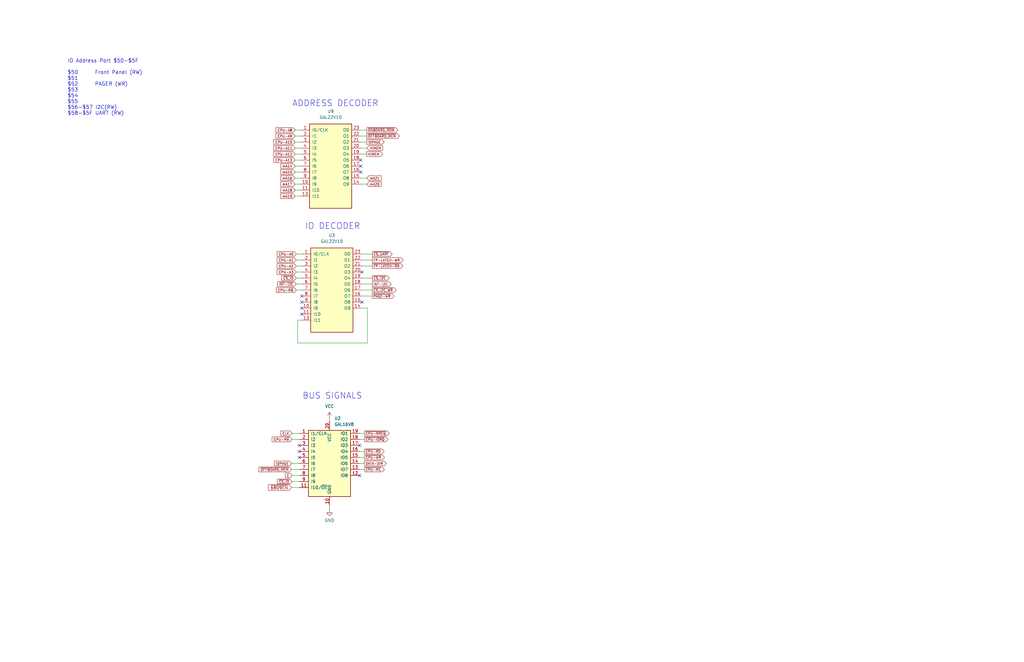
<source format=kicad_sch>
(kicad_sch (version 20211123) (generator eeschema)

  (uuid c3c349b1-d9bc-4742-9b63-40f30c22ca7c)

  (paper "B")

  (title_block
    (title "Duodyne 6809 CPU board")
    (date "2023-12-30")
    (rev "V1.00")
  )

  (lib_symbols
    (symbol "GAL22V10_1" (pin_names (offset 1.016)) (in_bom yes) (on_board yes)
      (property "Reference" "U" (id 0) (at -8.89 19.05 0)
        (effects (font (size 1.27 1.27)) (justify left))
      )
      (property "Value" "GAL22V10_1" (id 1) (at -1.27 19.05 0)
        (effects (font (size 1.27 1.27)) (justify left))
      )
      (property "Footprint" "" (id 2) (at 0 0 0)
        (effects (font (size 1.27 1.27)) hide)
      )
      (property "Datasheet" "" (id 3) (at 0 0 0)
        (effects (font (size 1.27 1.27)) hide)
      )
      (property "ki_fp_filters" "DIP* PDIP*" (id 4) (at 0 0 0)
        (effects (font (size 1.27 1.27)) hide)
      )
      (symbol "GAL22V10_1_0_1"
        (rectangle (start -8.89 -17.78) (end 8.89 17.78)
          (stroke (width 0.254) (type default) (color 0 0 0 0))
          (fill (type background))
        )
      )
      (symbol "GAL22V10_1_1_1"
        (pin input line (at -12.7 15.24 0) (length 3.81)
          (name "I0/CLK" (effects (font (size 1.27 1.27))))
          (number "1" (effects (font (size 1.27 1.27))))
        )
        (pin input line (at -12.7 -7.62 0) (length 3.81)
          (name "I9" (effects (font (size 1.27 1.27))))
          (number "10" (effects (font (size 1.27 1.27))))
        )
        (pin input line (at -12.7 -10.16 0) (length 3.81)
          (name "I10" (effects (font (size 1.27 1.27))))
          (number "11" (effects (font (size 1.27 1.27))))
        )
        (pin power_in line (at 0 -17.78 90) (length 0) hide
          (name "GND" (effects (font (size 1.27 1.27))))
          (number "12" (effects (font (size 1.27 1.27))))
        )
        (pin input line (at -12.7 -12.7 0) (length 3.81)
          (name "I11" (effects (font (size 1.27 1.27))))
          (number "13" (effects (font (size 1.27 1.27))))
        )
        (pin bidirectional line (at 12.7 -7.62 180) (length 3.81)
          (name "O9" (effects (font (size 1.27 1.27))))
          (number "14" (effects (font (size 1.27 1.27))))
        )
        (pin bidirectional line (at 12.7 -5.08 180) (length 3.81)
          (name "O8" (effects (font (size 1.27 1.27))))
          (number "15" (effects (font (size 1.27 1.27))))
        )
        (pin bidirectional line (at 12.7 -2.54 180) (length 3.81)
          (name "O7" (effects (font (size 1.27 1.27))))
          (number "16" (effects (font (size 1.27 1.27))))
        )
        (pin bidirectional line (at 12.7 0 180) (length 3.81)
          (name "O6" (effects (font (size 1.27 1.27))))
          (number "17" (effects (font (size 1.27 1.27))))
        )
        (pin bidirectional line (at 12.7 2.54 180) (length 3.81)
          (name "O5" (effects (font (size 1.27 1.27))))
          (number "18" (effects (font (size 1.27 1.27))))
        )
        (pin bidirectional line (at 12.7 5.08 180) (length 3.81)
          (name "O4" (effects (font (size 1.27 1.27))))
          (number "19" (effects (font (size 1.27 1.27))))
        )
        (pin input line (at -12.7 12.7 0) (length 3.81)
          (name "I1" (effects (font (size 1.27 1.27))))
          (number "2" (effects (font (size 1.27 1.27))))
        )
        (pin bidirectional line (at 12.7 7.62 180) (length 3.81)
          (name "O3" (effects (font (size 1.27 1.27))))
          (number "20" (effects (font (size 1.27 1.27))))
        )
        (pin bidirectional line (at 12.7 10.16 180) (length 3.81)
          (name "O2" (effects (font (size 1.27 1.27))))
          (number "21" (effects (font (size 1.27 1.27))))
        )
        (pin bidirectional line (at 12.7 12.7 180) (length 3.81)
          (name "O1" (effects (font (size 1.27 1.27))))
          (number "22" (effects (font (size 1.27 1.27))))
        )
        (pin bidirectional line (at 12.7 15.24 180) (length 3.81)
          (name "O0" (effects (font (size 1.27 1.27))))
          (number "23" (effects (font (size 1.27 1.27))))
        )
        (pin power_in line (at 0 17.78 270) (length 0) hide
          (name "VCC" (effects (font (size 1.27 1.27))))
          (number "24" (effects (font (size 1.27 1.27))))
        )
        (pin input line (at -12.7 10.16 0) (length 3.81)
          (name "I2" (effects (font (size 1.27 1.27))))
          (number "3" (effects (font (size 1.27 1.27))))
        )
        (pin input line (at -12.7 7.62 0) (length 3.81)
          (name "I3" (effects (font (size 1.27 1.27))))
          (number "4" (effects (font (size 1.27 1.27))))
        )
        (pin input line (at -12.7 5.08 0) (length 3.81)
          (name "I4" (effects (font (size 1.27 1.27))))
          (number "5" (effects (font (size 1.27 1.27))))
        )
        (pin input line (at -12.7 2.54 0) (length 3.81)
          (name "I5" (effects (font (size 1.27 1.27))))
          (number "6" (effects (font (size 1.27 1.27))))
        )
        (pin input line (at -12.7 0 0) (length 3.81)
          (name "I6" (effects (font (size 1.27 1.27))))
          (number "7" (effects (font (size 1.27 1.27))))
        )
        (pin input line (at -12.7 -2.54 0) (length 3.81)
          (name "I7" (effects (font (size 1.27 1.27))))
          (number "8" (effects (font (size 1.27 1.27))))
        )
        (pin input line (at -12.7 -5.08 0) (length 3.81)
          (name "I8" (effects (font (size 1.27 1.27))))
          (number "9" (effects (font (size 1.27 1.27))))
        )
      )
    )
    (symbol "Logic_Programmable:GAL16V8" (pin_names (offset 1.016)) (in_bom yes) (on_board yes)
      (property "Reference" "U" (id 0) (at -8.89 16.51 0)
        (effects (font (size 1.27 1.27)) (justify left))
      )
      (property "Value" "GAL16V8" (id 1) (at 1.27 16.51 0)
        (effects (font (size 1.27 1.27)) (justify left))
      )
      (property "Footprint" "" (id 2) (at 0 0 0)
        (effects (font (size 1.27 1.27)) hide)
      )
      (property "Datasheet" "" (id 3) (at 0 0 0)
        (effects (font (size 1.27 1.27)) hide)
      )
      (property "ki_keywords" "GAL PLD 16V8" (id 4) (at 0 0 0)
        (effects (font (size 1.27 1.27)) hide)
      )
      (property "ki_description" "Programmable Logic Array, DIP-20/SOIC-20/PLCC-20" (id 5) (at 0 0 0)
        (effects (font (size 1.27 1.27)) hide)
      )
      (property "ki_fp_filters" "DIP* PDIP* SOIC* SO* PLCC*" (id 6) (at 0 0 0)
        (effects (font (size 1.27 1.27)) hide)
      )
      (symbol "GAL16V8_0_0"
        (pin power_in line (at 0 -17.78 90) (length 3.81)
          (name "GND" (effects (font (size 1.27 1.27))))
          (number "10" (effects (font (size 1.27 1.27))))
        )
        (pin power_in line (at 0 17.78 270) (length 3.81)
          (name "VCC" (effects (font (size 1.27 1.27))))
          (number "20" (effects (font (size 1.27 1.27))))
        )
      )
      (symbol "GAL16V8_0_1"
        (rectangle (start -8.89 13.97) (end 8.89 -13.97)
          (stroke (width 0.254) (type default) (color 0 0 0 0))
          (fill (type background))
        )
      )
      (symbol "GAL16V8_1_1"
        (pin input line (at -12.7 12.7 0) (length 3.81)
          (name "I1/CLK" (effects (font (size 1.27 1.27))))
          (number "1" (effects (font (size 1.27 1.27))))
        )
        (pin input line (at -12.7 -10.16 0) (length 3.81)
          (name "I10/~{OE}" (effects (font (size 1.27 1.27))))
          (number "11" (effects (font (size 1.27 1.27))))
        )
        (pin tri_state line (at 12.7 -5.08 180) (length 3.81)
          (name "IO8" (effects (font (size 1.27 1.27))))
          (number "12" (effects (font (size 1.27 1.27))))
        )
        (pin tri_state line (at 12.7 -2.54 180) (length 3.81)
          (name "IO7" (effects (font (size 1.27 1.27))))
          (number "13" (effects (font (size 1.27 1.27))))
        )
        (pin tri_state line (at 12.7 0 180) (length 3.81)
          (name "IO6" (effects (font (size 1.27 1.27))))
          (number "14" (effects (font (size 1.27 1.27))))
        )
        (pin tri_state line (at 12.7 2.54 180) (length 3.81)
          (name "IO5" (effects (font (size 1.27 1.27))))
          (number "15" (effects (font (size 1.27 1.27))))
        )
        (pin tri_state line (at 12.7 5.08 180) (length 3.81)
          (name "IO4" (effects (font (size 1.27 1.27))))
          (number "16" (effects (font (size 1.27 1.27))))
        )
        (pin tri_state line (at 12.7 7.62 180) (length 3.81)
          (name "I03" (effects (font (size 1.27 1.27))))
          (number "17" (effects (font (size 1.27 1.27))))
        )
        (pin tri_state line (at 12.7 10.16 180) (length 3.81)
          (name "IO2" (effects (font (size 1.27 1.27))))
          (number "18" (effects (font (size 1.27 1.27))))
        )
        (pin tri_state line (at 12.7 12.7 180) (length 3.81)
          (name "IO1" (effects (font (size 1.27 1.27))))
          (number "19" (effects (font (size 1.27 1.27))))
        )
        (pin input line (at -12.7 10.16 0) (length 3.81)
          (name "I2" (effects (font (size 1.27 1.27))))
          (number "2" (effects (font (size 1.27 1.27))))
        )
        (pin input line (at -12.7 7.62 0) (length 3.81)
          (name "I3" (effects (font (size 1.27 1.27))))
          (number "3" (effects (font (size 1.27 1.27))))
        )
        (pin input line (at -12.7 5.08 0) (length 3.81)
          (name "I4" (effects (font (size 1.27 1.27))))
          (number "4" (effects (font (size 1.27 1.27))))
        )
        (pin input line (at -12.7 2.54 0) (length 3.81)
          (name "I5" (effects (font (size 1.27 1.27))))
          (number "5" (effects (font (size 1.27 1.27))))
        )
        (pin input line (at -12.7 0 0) (length 3.81)
          (name "I6" (effects (font (size 1.27 1.27))))
          (number "6" (effects (font (size 1.27 1.27))))
        )
        (pin input line (at -12.7 -2.54 0) (length 3.81)
          (name "I7" (effects (font (size 1.27 1.27))))
          (number "7" (effects (font (size 1.27 1.27))))
        )
        (pin input line (at -12.7 -5.08 0) (length 3.81)
          (name "I8" (effects (font (size 1.27 1.27))))
          (number "8" (effects (font (size 1.27 1.27))))
        )
        (pin input line (at -12.7 -7.62 0) (length 3.81)
          (name "I9" (effects (font (size 1.27 1.27))))
          (number "9" (effects (font (size 1.27 1.27))))
        )
      )
    )
    (symbol "gal22v10:GAL22V10" (pin_names (offset 1.016)) (in_bom yes) (on_board yes)
      (property "Reference" "U" (id 0) (at -8.89 19.05 0)
        (effects (font (size 1.27 1.27)) (justify left))
      )
      (property "Value" "GAL22V10" (id 1) (at -1.27 19.05 0)
        (effects (font (size 1.27 1.27)) (justify left))
      )
      (property "Footprint" "" (id 2) (at 0 0 0)
        (effects (font (size 1.27 1.27)) hide)
      )
      (property "Datasheet" "" (id 3) (at 0 0 0)
        (effects (font (size 1.27 1.27)) hide)
      )
      (property "ki_fp_filters" "DIP* PDIP*" (id 4) (at 0 0 0)
        (effects (font (size 1.27 1.27)) hide)
      )
      (symbol "GAL22V10_0_1"
        (rectangle (start -8.89 -17.78) (end 8.89 17.78)
          (stroke (width 0.254) (type default) (color 0 0 0 0))
          (fill (type background))
        )
      )
      (symbol "GAL22V10_1_1"
        (pin input line (at -12.7 15.24 0) (length 3.81)
          (name "I0/CLK" (effects (font (size 1.27 1.27))))
          (number "1" (effects (font (size 1.27 1.27))))
        )
        (pin input line (at -12.7 -7.62 0) (length 3.81)
          (name "I9" (effects (font (size 1.27 1.27))))
          (number "10" (effects (font (size 1.27 1.27))))
        )
        (pin input line (at -12.7 -10.16 0) (length 3.81)
          (name "I10" (effects (font (size 1.27 1.27))))
          (number "11" (effects (font (size 1.27 1.27))))
        )
        (pin power_in line (at 0 -17.78 90) (length 0) hide
          (name "GND" (effects (font (size 1.27 1.27))))
          (number "12" (effects (font (size 1.27 1.27))))
        )
        (pin input line (at -12.7 -12.7 0) (length 3.81)
          (name "I11" (effects (font (size 1.27 1.27))))
          (number "13" (effects (font (size 1.27 1.27))))
        )
        (pin bidirectional line (at 12.7 -7.62 180) (length 3.81)
          (name "O9" (effects (font (size 1.27 1.27))))
          (number "14" (effects (font (size 1.27 1.27))))
        )
        (pin bidirectional line (at 12.7 -5.08 180) (length 3.81)
          (name "O8" (effects (font (size 1.27 1.27))))
          (number "15" (effects (font (size 1.27 1.27))))
        )
        (pin bidirectional line (at 12.7 -2.54 180) (length 3.81)
          (name "O7" (effects (font (size 1.27 1.27))))
          (number "16" (effects (font (size 1.27 1.27))))
        )
        (pin bidirectional line (at 12.7 0 180) (length 3.81)
          (name "O6" (effects (font (size 1.27 1.27))))
          (number "17" (effects (font (size 1.27 1.27))))
        )
        (pin bidirectional line (at 12.7 2.54 180) (length 3.81)
          (name "O5" (effects (font (size 1.27 1.27))))
          (number "18" (effects (font (size 1.27 1.27))))
        )
        (pin bidirectional line (at 12.7 5.08 180) (length 3.81)
          (name "O4" (effects (font (size 1.27 1.27))))
          (number "19" (effects (font (size 1.27 1.27))))
        )
        (pin input line (at -12.7 12.7 0) (length 3.81)
          (name "I1" (effects (font (size 1.27 1.27))))
          (number "2" (effects (font (size 1.27 1.27))))
        )
        (pin bidirectional line (at 12.7 7.62 180) (length 3.81)
          (name "O3" (effects (font (size 1.27 1.27))))
          (number "20" (effects (font (size 1.27 1.27))))
        )
        (pin bidirectional line (at 12.7 10.16 180) (length 3.81)
          (name "O2" (effects (font (size 1.27 1.27))))
          (number "21" (effects (font (size 1.27 1.27))))
        )
        (pin bidirectional line (at 12.7 12.7 180) (length 3.81)
          (name "O1" (effects (font (size 1.27 1.27))))
          (number "22" (effects (font (size 1.27 1.27))))
        )
        (pin bidirectional line (at 12.7 15.24 180) (length 3.81)
          (name "O0" (effects (font (size 1.27 1.27))))
          (number "23" (effects (font (size 1.27 1.27))))
        )
        (pin power_in line (at 0 17.78 270) (length 0) hide
          (name "VCC" (effects (font (size 1.27 1.27))))
          (number "24" (effects (font (size 1.27 1.27))))
        )
        (pin input line (at -12.7 10.16 0) (length 3.81)
          (name "I2" (effects (font (size 1.27 1.27))))
          (number "3" (effects (font (size 1.27 1.27))))
        )
        (pin input line (at -12.7 7.62 0) (length 3.81)
          (name "I3" (effects (font (size 1.27 1.27))))
          (number "4" (effects (font (size 1.27 1.27))))
        )
        (pin input line (at -12.7 5.08 0) (length 3.81)
          (name "I4" (effects (font (size 1.27 1.27))))
          (number "5" (effects (font (size 1.27 1.27))))
        )
        (pin input line (at -12.7 2.54 0) (length 3.81)
          (name "I5" (effects (font (size 1.27 1.27))))
          (number "6" (effects (font (size 1.27 1.27))))
        )
        (pin input line (at -12.7 0 0) (length 3.81)
          (name "I6" (effects (font (size 1.27 1.27))))
          (number "7" (effects (font (size 1.27 1.27))))
        )
        (pin input line (at -12.7 -2.54 0) (length 3.81)
          (name "I7" (effects (font (size 1.27 1.27))))
          (number "8" (effects (font (size 1.27 1.27))))
        )
        (pin input line (at -12.7 -5.08 0) (length 3.81)
          (name "I8" (effects (font (size 1.27 1.27))))
          (number "9" (effects (font (size 1.27 1.27))))
        )
      )
    )
    (symbol "power:GND" (power) (pin_names (offset 0)) (in_bom yes) (on_board yes)
      (property "Reference" "#PWR" (id 0) (at 0 -6.35 0)
        (effects (font (size 1.27 1.27)) hide)
      )
      (property "Value" "GND" (id 1) (at 0 -3.81 0)
        (effects (font (size 1.27 1.27)))
      )
      (property "Footprint" "" (id 2) (at 0 0 0)
        (effects (font (size 1.27 1.27)) hide)
      )
      (property "Datasheet" "" (id 3) (at 0 0 0)
        (effects (font (size 1.27 1.27)) hide)
      )
      (property "ki_keywords" "global power" (id 4) (at 0 0 0)
        (effects (font (size 1.27 1.27)) hide)
      )
      (property "ki_description" "Power symbol creates a global label with name \"GND\" , ground" (id 5) (at 0 0 0)
        (effects (font (size 1.27 1.27)) hide)
      )
      (symbol "GND_0_1"
        (polyline
          (pts
            (xy 0 0)
            (xy 0 -1.27)
            (xy 1.27 -1.27)
            (xy 0 -2.54)
            (xy -1.27 -1.27)
            (xy 0 -1.27)
          )
          (stroke (width 0) (type default) (color 0 0 0 0))
          (fill (type none))
        )
      )
      (symbol "GND_1_1"
        (pin power_in line (at 0 0 270) (length 0) hide
          (name "GND" (effects (font (size 1.27 1.27))))
          (number "1" (effects (font (size 1.27 1.27))))
        )
      )
    )
    (symbol "power:VCC" (power) (pin_names (offset 0)) (in_bom yes) (on_board yes)
      (property "Reference" "#PWR" (id 0) (at 0 -3.81 0)
        (effects (font (size 1.27 1.27)) hide)
      )
      (property "Value" "VCC" (id 1) (at 0 3.81 0)
        (effects (font (size 1.27 1.27)))
      )
      (property "Footprint" "" (id 2) (at 0 0 0)
        (effects (font (size 1.27 1.27)) hide)
      )
      (property "Datasheet" "" (id 3) (at 0 0 0)
        (effects (font (size 1.27 1.27)) hide)
      )
      (property "ki_keywords" "global power" (id 4) (at 0 0 0)
        (effects (font (size 1.27 1.27)) hide)
      )
      (property "ki_description" "Power symbol creates a global label with name \"VCC\"" (id 5) (at 0 0 0)
        (effects (font (size 1.27 1.27)) hide)
      )
      (symbol "VCC_0_1"
        (polyline
          (pts
            (xy -0.762 1.27)
            (xy 0 2.54)
          )
          (stroke (width 0) (type default) (color 0 0 0 0))
          (fill (type none))
        )
        (polyline
          (pts
            (xy 0 0)
            (xy 0 2.54)
          )
          (stroke (width 0) (type default) (color 0 0 0 0))
          (fill (type none))
        )
        (polyline
          (pts
            (xy 0 2.54)
            (xy 0.762 1.27)
          )
          (stroke (width 0) (type default) (color 0 0 0 0))
          (fill (type none))
        )
      )
      (symbol "VCC_1_1"
        (pin power_in line (at 0 0 90) (length 0) hide
          (name "VCC" (effects (font (size 1.27 1.27))))
          (number "1" (effects (font (size 1.27 1.27))))
        )
      )
    )
  )


  (no_connect (at 152.654 114.808) (uuid 0207c644-decb-4263-ac92-6996155098fd))
  (no_connect (at 152.146 72.644) (uuid 0c79c4f2-34e9-4174-aa20-e12f8d2b061a))
  (no_connect (at 152.654 127.508) (uuid 3a6407fd-ee3d-4dd8-a4ff-97d37ae66f41))
  (no_connect (at 152.146 67.564) (uuid 40013344-2ed9-4fb7-9677-f3e3e05762da))
  (no_connect (at 127.254 127.508) (uuid 4b5df847-59f9-437b-aadb-5e656c752293))
  (no_connect (at 127.254 130.048) (uuid 4fe7fcab-6f73-4cdc-ac57-ccaee4337e0b))
  (no_connect (at 126.238 193.04) (uuid 5363f512-e8bc-4c91-bb58-72c2cb3a847b))
  (no_connect (at 151.638 187.96) (uuid 89ced7e9-9189-49df-8927-f2a0a0513231))
  (no_connect (at 126.238 187.96) (uuid 9413e51d-c59d-4947-a636-ec6193422452))
  (no_connect (at 151.638 200.66) (uuid ad0a2231-c77e-46ff-b511-dbd6ea7ce06c))
  (no_connect (at 127.254 132.588) (uuid c351e933-da84-4dfc-9018-9de6de8f583a))
  (no_connect (at 127.254 124.968) (uuid c713c33f-372e-4031-b0e8-8e5d600b369b))
  (no_connect (at 152.146 70.104) (uuid d5c8a360-8eb0-4e17-b346-7acaac18e0ef))
  (no_connect (at 126.238 190.5) (uuid ee6d561d-b6bd-48a5-a3c3-4be05f9d93ef))

  (wire (pts (xy 124.46 82.804) (xy 126.746 82.804))
    (stroke (width 0) (type default) (color 0 0 0 0))
    (uuid 047244c2-c680-42cd-b226-30642311f8b9)
  )
  (wire (pts (xy 151.638 182.88) (xy 153.67 182.88))
    (stroke (width 0) (type default) (color 0 0 0 0))
    (uuid 04ea88b3-dd34-449c-9998-32c0e4712be8)
  )
  (wire (pts (xy 152.654 130.048) (xy 154.94 130.048))
    (stroke (width 0) (type default) (color 0 0 0 0))
    (uuid 053b4ba2-2651-445a-92c3-0d4eef94dd14)
  )
  (wire (pts (xy 151.638 195.58) (xy 153.67 195.58))
    (stroke (width 0) (type default) (color 0 0 0 0))
    (uuid 0a274f54-8282-40ca-9404-eff9778d3f27)
  )
  (wire (pts (xy 138.938 176.53) (xy 138.938 177.8))
    (stroke (width 0) (type default) (color 0 0 0 0))
    (uuid 0a27c451-a6f4-4b65-b160-89ab6087e7e2)
  )
  (wire (pts (xy 123.19 185.42) (xy 126.238 185.42))
    (stroke (width 0) (type default) (color 0 0 0 0))
    (uuid 0accb029-5d18-4f8e-858b-335d26fd5d34)
  )
  (wire (pts (xy 151.638 185.42) (xy 153.67 185.42))
    (stroke (width 0) (type default) (color 0 0 0 0))
    (uuid 0ba56dc9-acbd-45bd-a2dd-1b38513955dc)
  )
  (wire (pts (xy 152.654 119.888) (xy 156.972 119.888))
    (stroke (width 0) (type default) (color 0 0 0 0))
    (uuid 0f38fcdc-9a17-4136-ad81-35bf99850192)
  )
  (wire (pts (xy 124.968 122.428) (xy 127.254 122.428))
    (stroke (width 0) (type default) (color 0 0 0 0))
    (uuid 108e758b-810c-45ef-b43b-a3926d8553f2)
  )
  (wire (pts (xy 152.654 124.968) (xy 156.972 124.968))
    (stroke (width 0) (type default) (color 0 0 0 0))
    (uuid 12d943df-e129-4857-9355-f23a8020e153)
  )
  (wire (pts (xy 123.19 182.88) (xy 126.238 182.88))
    (stroke (width 0) (type default) (color 0 0 0 0))
    (uuid 14351b71-b9f1-4ed5-bece-8d9bc0b5d3f5)
  )
  (wire (pts (xy 152.654 109.728) (xy 156.972 109.728))
    (stroke (width 0) (type default) (color 0 0 0 0))
    (uuid 2ed3ed62-177b-4236-8902-7fab7b3a3a8c)
  )
  (wire (pts (xy 151.638 198.12) (xy 153.67 198.12))
    (stroke (width 0) (type default) (color 0 0 0 0))
    (uuid 426243d8-b67d-4f08-9ad3-9008faafa163)
  )
  (wire (pts (xy 152.654 107.188) (xy 156.972 107.188))
    (stroke (width 0) (type default) (color 0 0 0 0))
    (uuid 4b248af9-9ce9-4145-9592-810454c95039)
  )
  (wire (pts (xy 124.968 112.268) (xy 127.254 112.268))
    (stroke (width 0) (type default) (color 0 0 0 0))
    (uuid 4d0a0b86-4faf-48dd-95a8-9f9a7ea08ae9)
  )
  (wire (pts (xy 152.654 117.348) (xy 156.972 117.348))
    (stroke (width 0) (type default) (color 0 0 0 0))
    (uuid 5083c537-4152-455f-b3e4-7bc0353b8b9c)
  )
  (wire (pts (xy 124.46 57.404) (xy 126.746 57.404))
    (stroke (width 0) (type default) (color 0 0 0 0))
    (uuid 590d7e90-9fe7-4edc-884e-fffc1add96a6)
  )
  (wire (pts (xy 124.46 65.024) (xy 126.746 65.024))
    (stroke (width 0) (type default) (color 0 0 0 0))
    (uuid 59972d42-b580-40b4-81be-b68ac2971d3c)
  )
  (wire (pts (xy 152.146 75.184) (xy 154.686 75.184))
    (stroke (width 0) (type default) (color 0 0 0 0))
    (uuid 634b63d6-debe-45f1-85a3-2b860bd5a80f)
  )
  (wire (pts (xy 124.968 109.728) (xy 127.254 109.728))
    (stroke (width 0) (type default) (color 0 0 0 0))
    (uuid 6417d3a9-6c76-4ed9-b8a1-96a12129643a)
  )
  (wire (pts (xy 124.968 117.348) (xy 127.254 117.348))
    (stroke (width 0) (type default) (color 0 0 0 0))
    (uuid 66c0fd4b-66b2-42ad-919f-4b14dfda80c7)
  )
  (wire (pts (xy 124.46 80.264) (xy 126.746 80.264))
    (stroke (width 0) (type default) (color 0 0 0 0))
    (uuid 7281ca40-96c3-4ca4-8bad-4402ef8ad90b)
  )
  (wire (pts (xy 122.936 198.12) (xy 126.238 198.12))
    (stroke (width 0) (type default) (color 0 0 0 0))
    (uuid 7759d708-f905-4916-9d7a-18ae63f2ce2c)
  )
  (wire (pts (xy 124.46 62.484) (xy 126.746 62.484))
    (stroke (width 0) (type default) (color 0 0 0 0))
    (uuid 81df64e2-24d2-4c7c-924e-421d697af96e)
  )
  (wire (pts (xy 124.46 75.184) (xy 126.746 75.184))
    (stroke (width 0) (type default) (color 0 0 0 0))
    (uuid 83223274-1d6f-4f4d-87b1-5ae9e97c448f)
  )
  (wire (pts (xy 154.94 144.78) (xy 125.476 144.78))
    (stroke (width 0) (type default) (color 0 0 0 0))
    (uuid 852f6e50-a514-42da-a33b-52e3fbf355b3)
  )
  (wire (pts (xy 152.146 62.484) (xy 154.686 62.484))
    (stroke (width 0) (type default) (color 0 0 0 0))
    (uuid 89765b62-4608-4f1a-8329-1d60ec749001)
  )
  (wire (pts (xy 124.46 70.104) (xy 126.746 70.104))
    (stroke (width 0) (type default) (color 0 0 0 0))
    (uuid 8a13fabb-bad1-4216-923a-36006d04705e)
  )
  (wire (pts (xy 152.146 57.404) (xy 154.686 57.404))
    (stroke (width 0) (type default) (color 0 0 0 0))
    (uuid 8c0ac902-e5e8-42a4-ab8e-2692847b4246)
  )
  (wire (pts (xy 124.968 119.888) (xy 127.254 119.888))
    (stroke (width 0) (type default) (color 0 0 0 0))
    (uuid 91ab390f-5fd4-4539-b650-5779d845ca32)
  )
  (wire (pts (xy 124.968 114.808) (xy 127.254 114.808))
    (stroke (width 0) (type default) (color 0 0 0 0))
    (uuid 9779f199-4006-4256-8d0f-d78a29ebb97d)
  )
  (wire (pts (xy 152.146 59.944) (xy 154.686 59.944))
    (stroke (width 0) (type default) (color 0 0 0 0))
    (uuid 9c828387-434a-4c3b-90fb-a9b688196893)
  )
  (wire (pts (xy 124.46 59.944) (xy 126.746 59.944))
    (stroke (width 0) (type default) (color 0 0 0 0))
    (uuid 9fc3f8cb-9a7f-46b0-b7cb-d4c7281e5ef3)
  )
  (wire (pts (xy 152.146 77.724) (xy 154.686 77.724))
    (stroke (width 0) (type default) (color 0 0 0 0))
    (uuid a38da769-f379-47ac-9f1d-3481b15f268e)
  )
  (wire (pts (xy 151.638 193.04) (xy 153.67 193.04))
    (stroke (width 0) (type default) (color 0 0 0 0))
    (uuid a6587541-12e9-4d26-b5d3-d1e69df3f0d2)
  )
  (wire (pts (xy 122.936 195.58) (xy 126.238 195.58))
    (stroke (width 0) (type default) (color 0 0 0 0))
    (uuid a8fffabe-a5eb-4f94-b0a9-758533ddffd4)
  )
  (wire (pts (xy 124.968 107.188) (xy 127.254 107.188))
    (stroke (width 0) (type default) (color 0 0 0 0))
    (uuid af88317c-9815-406e-a6c6-e30c058904b4)
  )
  (wire (pts (xy 124.46 67.564) (xy 126.746 67.564))
    (stroke (width 0) (type default) (color 0 0 0 0))
    (uuid b3f07490-c569-4bec-9d1f-5de162c81c86)
  )
  (wire (pts (xy 123.19 203.2) (xy 126.238 203.2))
    (stroke (width 0) (type default) (color 0 0 0 0))
    (uuid b4d1d609-7158-41b0-b51e-697ac0f41ad8)
  )
  (wire (pts (xy 125.476 135.128) (xy 127.254 135.128))
    (stroke (width 0) (type default) (color 0 0 0 0))
    (uuid bb749f2f-1b1d-4ab4-9484-2bc69af3a938)
  )
  (wire (pts (xy 124.46 72.644) (xy 126.746 72.644))
    (stroke (width 0) (type default) (color 0 0 0 0))
    (uuid cb7b9535-e459-41bc-8737-22c30e9f2eba)
  )
  (wire (pts (xy 138.938 213.36) (xy 138.938 215.138))
    (stroke (width 0) (type default) (color 0 0 0 0))
    (uuid ce0d92d7-5c6a-413c-affb-b983689e55e3)
  )
  (wire (pts (xy 124.46 77.724) (xy 126.746 77.724))
    (stroke (width 0) (type default) (color 0 0 0 0))
    (uuid d3c86f6a-55b7-46fe-89a0-d7405939d83f)
  )
  (wire (pts (xy 152.654 122.428) (xy 156.972 122.428))
    (stroke (width 0) (type default) (color 0 0 0 0))
    (uuid d8dd2896-9bb6-4eb3-8d8c-0b887d35940d)
  )
  (wire (pts (xy 152.146 54.864) (xy 154.686 54.864))
    (stroke (width 0) (type default) (color 0 0 0 0))
    (uuid daa75cf1-578b-4b3b-85b7-8d26649bf283)
  )
  (wire (pts (xy 123.19 200.66) (xy 126.238 200.66))
    (stroke (width 0) (type default) (color 0 0 0 0))
    (uuid dbc8710a-926a-487c-8078-93c90410f405)
  )
  (wire (pts (xy 124.46 54.864) (xy 126.746 54.864))
    (stroke (width 0) (type default) (color 0 0 0 0))
    (uuid dd9d9c83-af9c-4baf-af27-638e404e3444)
  )
  (wire (pts (xy 154.94 130.048) (xy 154.94 144.78))
    (stroke (width 0) (type default) (color 0 0 0 0))
    (uuid e019bed8-a6fb-4abb-86de-ab0423d6d5ad)
  )
  (wire (pts (xy 151.638 190.5) (xy 153.67 190.5))
    (stroke (width 0) (type default) (color 0 0 0 0))
    (uuid e9841fdd-f3cb-47cf-a3f8-11c14bc9e8dd)
  )
  (wire (pts (xy 152.146 65.024) (xy 154.686 65.024))
    (stroke (width 0) (type default) (color 0 0 0 0))
    (uuid ef0b6c5b-1ead-4e78-b6ac-c70e759b220f)
  )
  (wire (pts (xy 122.936 205.74) (xy 126.238 205.74))
    (stroke (width 0) (type default) (color 0 0 0 0))
    (uuid f7555b0a-bb1e-4415-9145-80ff14f6261e)
  )
  (wire (pts (xy 152.654 112.268) (xy 156.972 112.268))
    (stroke (width 0) (type default) (color 0 0 0 0))
    (uuid ff6183e2-5654-4e1b-9f2f-fd231e519399)
  )
  (wire (pts (xy 125.476 144.78) (xy 125.476 135.128))
    (stroke (width 0) (type default) (color 0 0 0 0))
    (uuid ff894ab8-2c54-45de-96fb-0dbfe08dbdae)
  )

  (text "ADDRESS DECODER" (at 123.19 45.212 0)
    (effects (font (size 2.54 2.54)) (justify left bottom))
    (uuid 1afbf2a1-93e1-47bf-977f-e132c2375c62)
  )
  (text "IO DECODER\n" (at 128.524 97.028 0)
    (effects (font (size 2.54 2.54)) (justify left bottom))
    (uuid 930f1563-6d83-4d40-9b92-f001399bc6ee)
  )
  (text "IO Address Port $50-$5F\n\n$50	     Front Panel (RW)\n$51	     \n$52	     PAGER (WR)\n$53	     \n$54     \n$55     \n$56-$57 I2C(RW)\n$58-$5F UART (RW)"
    (at 28.448 48.768 0)
    (effects (font (size 1.524 1.524)) (justify left bottom))
    (uuid bc80decc-df57-444a-abb0-0e15fde065d0)
  )
  (text "BUS SIGNALS\n\n" (at 127.508 172.72 0)
    (effects (font (size 2.54 2.54)) (justify left bottom))
    (uuid ea16b8d3-6c36-44a3-abf9-cbc7a8da0d52)
  )

  (global_label "CPU-A3" (shape input) (at 124.968 114.808 180) (fields_autoplaced)
    (effects (font (size 1.016 1.016)) (justify right))
    (uuid 164a119e-a283-472b-bb2c-2003d37ab3c3)
    (property "Intersheet References" "${INTERSHEET_REFS}" (id 0) (at 116.9159 114.7445 0)
      (effects (font (size 1.016 1.016)) (justify right) hide)
    )
  )
  (global_label "FP-LATCH-WR" (shape output) (at 156.972 109.728 0) (fields_autoplaced)
    (effects (font (size 1.016 1.016)) (justify left))
    (uuid 16afe0fa-749e-417b-9a4d-3adaab475ecb)
    (property "Intersheet References" "${INTERSHEET_REFS}" (id 0) (at 169.9589 109.7915 0)
      (effects (font (size 1.016 1.016)) (justify left) hide)
    )
  )
  (global_label "~{CS_I2C}" (shape output) (at 156.972 117.348 0) (fields_autoplaced)
    (effects (font (size 1.016 1.016)) (justify left))
    (uuid 2b5d4dc2-c6a9-42b6-b7a1-6882528c7b23)
    (property "Intersheet References" "${INTERSHEET_REFS}" (id 0) (at 164.0564 117.2845 0)
      (effects (font (size 1.016 1.016)) (justify left) hide)
    )
  )
  (global_label "~{CPU-RD}" (shape output) (at 153.67 190.5 0) (fields_autoplaced)
    (effects (font (size 1.016 1.016)) (justify left))
    (uuid 2c476d7c-303f-43f2-9ad8-e043089aec95)
    (property "Intersheet References" "${INTERSHEET_REFS}" (id 0) (at 335.28 306.07 0)
      (effects (font (size 1.27 1.27)) hide)
    )
  )
  (global_label "~{CS_IO}" (shape input) (at 124.968 117.348 180) (fields_autoplaced)
    (effects (font (size 1.016 1.016)) (justify right))
    (uuid 2db2818a-c163-48ac-a172-bd69ee6c8b06)
    (property "Intersheet References" "${INTERSHEET_REFS}" (id 0) (at 118.8028 117.4115 0)
      (effects (font (size 1.016 1.016)) (justify right) hide)
    )
  )
  (global_label "E" (shape input) (at 123.19 200.66 180) (fields_autoplaced)
    (effects (font (size 1.016 1.016)) (justify right))
    (uuid 44110887-d568-4553-b011-d52292a113a1)
    (property "Intersheet References" "${INTERSHEET_REFS}" (id 0) (at 120.4115 200.7235 0)
      (effects (font (size 1.016 1.016)) (justify right) hide)
    )
  )
  (global_label "~{CPU-MREQ}" (shape output) (at 153.67 182.88 0) (fields_autoplaced)
    (effects (font (size 1.016 1.016)) (justify left))
    (uuid 46f15d76-dae2-44f8-926a-c73ef898a7b0)
    (property "Intersheet References" "${INTERSHEET_REFS}" (id 0) (at 335.28 293.37 0)
      (effects (font (size 1.27 1.27)) hide)
    )
  )
  (global_label "CPU-A1" (shape input) (at 124.968 109.728 180) (fields_autoplaced)
    (effects (font (size 1.016 1.016)) (justify right))
    (uuid 4ddc513d-5e54-4a78-9b4c-fb2e56448ae5)
    (property "Intersheet References" "${INTERSHEET_REFS}" (id 0) (at 116.9159 109.6645 0)
      (effects (font (size 1.016 1.016)) (justify right) hide)
    )
  )
  (global_label "IOPAGE" (shape output) (at 154.686 59.944 0) (fields_autoplaced)
    (effects (font (size 1.016 1.016)) (justify left))
    (uuid 543a77f4-802d-41c4-ae0a-4637839138aa)
    (property "Intersheet References" "${INTERSHEET_REFS}" (id 0) (at 161.9156 59.8805 0)
      (effects (font (size 1.016 1.016)) (justify left) hide)
    )
  )
  (global_label "CPU-A8" (shape input) (at 124.46 54.864 180) (fields_autoplaced)
    (effects (font (size 1.016 1.016)) (justify right))
    (uuid 56aaeb7c-97f3-40ab-9b54-5ed039d39a46)
    (property "Intersheet References" "${INTERSHEET_REFS}" (id 0) (at 116.4079 54.9275 0)
      (effects (font (size 1.016 1.016)) (justify right) hide)
    )
  )
  (global_label "~{CS_IO}" (shape input) (at 123.19 203.2 180) (fields_autoplaced)
    (effects (font (size 1.016 1.016)) (justify right))
    (uuid 5719fa55-e2ef-424a-a8c0-01f2c4cdcff7)
    (property "Intersheet References" "${INTERSHEET_REFS}" (id 0) (at 117.0248 203.2635 0)
      (effects (font (size 1.016 1.016)) (justify right) hide)
    )
  )
  (global_label "CLK" (shape input) (at 123.19 182.88 180) (fields_autoplaced)
    (effects (font (size 1.016 1.016)) (justify right))
    (uuid 5964ab84-40f1-44f9-a4c3-867841c2d2e3)
    (property "Intersheet References" "${INTERSHEET_REFS}" (id 0) (at 118.4762 182.8165 0)
      (effects (font (size 1.016 1.016)) (justify right) hide)
    )
  )
  (global_label "~{CPU-WR}" (shape output) (at 153.67 193.04 0) (fields_autoplaced)
    (effects (font (size 1.016 1.016)) (justify left))
    (uuid 5cce2dcb-b010-4bb0-9a70-ce60d580e088)
    (property "Intersheet References" "${INTERSHEET_REFS}" (id 0) (at 335.28 311.15 0)
      (effects (font (size 1.27 1.27)) hide)
    )
  )
  (global_label "mA15" (shape input) (at 124.46 72.644 180) (fields_autoplaced)
    (effects (font (size 1.016 1.016)) (justify right))
    (uuid 61dc1a5f-c95c-4cc9-b42d-28a5988445bd)
    (property "Intersheet References" "${INTERSHEET_REFS}" (id 0) (at 118.4399 72.7075 0)
      (effects (font (size 1.016 1.016)) (justify right) hide)
    )
  )
  (global_label "mA18" (shape input) (at 124.46 80.264 180) (fields_autoplaced)
    (effects (font (size 1.016 1.016)) (justify right))
    (uuid 70387619-caf1-485b-9c25-a23feae848d8)
    (property "Intersheet References" "${INTERSHEET_REFS}" (id 0) (at 118.4399 80.3275 0)
      (effects (font (size 1.016 1.016)) (justify right) hide)
    )
  )
  (global_label "~{CPU-M1}" (shape output) (at 153.67 198.12 0) (fields_autoplaced)
    (effects (font (size 1.016 1.016)) (justify left))
    (uuid 736892d4-d15f-464b-b060-5e8c2a735845)
    (property "Intersheet References" "${INTERSHEET_REFS}" (id 0) (at 335.28 306.07 0)
      (effects (font (size 1.27 1.27)) hide)
    )
  )
  (global_label "CPU-A2" (shape input) (at 124.968 112.268 180) (fields_autoplaced)
    (effects (font (size 1.016 1.016)) (justify right))
    (uuid 770b661b-fa6a-4ecc-ba0d-eafd84e5e2db)
    (property "Intersheet References" "${INTERSHEET_REFS}" (id 0) (at 116.9159 112.2045 0)
      (effects (font (size 1.016 1.016)) (justify right) hide)
    )
  )
  (global_label "~{OFFBOARD_MEM}" (shape input) (at 122.936 198.12 180) (fields_autoplaced)
    (effects (font (size 1.016 1.016)) (justify right))
    (uuid 7ed9ff39-80ff-45a6-a138-65e05d39423e)
    (property "Intersheet References" "${INTERSHEET_REFS}" (id 0) (at 109.2717 198.0565 0)
      (effects (font (size 1.016 1.016)) (justify right) hide)
    )
  )
  (global_label "~{OFFBOARD_MEM}" (shape output) (at 154.686 57.404 0) (fields_autoplaced)
    (effects (font (size 1.016 1.016)) (justify left))
    (uuid 81e96b93-365a-49b4-8e21-0e874b1ade7e)
    (property "Intersheet References" "${INTERSHEET_REFS}" (id 0) (at 168.3503 57.3405 0)
      (effects (font (size 1.016 1.016)) (justify left) hide)
    )
  )
  (global_label "CPU-A10" (shape input) (at 124.46 59.944 180) (fields_autoplaced)
    (effects (font (size 1.016 1.016)) (justify right))
    (uuid 85ed94f1-a163-45ea-ba09-7a58204148ff)
    (property "Intersheet References" "${INTERSHEET_REFS}" (id 0) (at 115.4403 59.8805 0)
      (effects (font (size 1.016 1.016)) (justify right) hide)
    )
  )
  (global_label "CPU-A0" (shape input) (at 124.968 107.188 180) (fields_autoplaced)
    (effects (font (size 1.016 1.016)) (justify right))
    (uuid 861f3977-f34d-4fa5-b7df-99efddf05362)
    (property "Intersheet References" "${INTERSHEET_REFS}" (id 0) (at 116.9159 107.1245 0)
      (effects (font (size 1.016 1.016)) (justify right) hide)
    )
  )
  (global_label "~{CS_I2C_WR}" (shape output) (at 156.972 122.428 0) (fields_autoplaced)
    (effects (font (size 1.016 1.016)) (justify left))
    (uuid 86815926-8f12-47fc-ab31-b1b5895a9302)
    (property "Intersheet References" "${INTERSHEET_REFS}" (id 0) (at 167.0077 122.3645 0)
      (effects (font (size 1.016 1.016)) (justify left) hide)
    )
  )
  (global_label "INT-I2C" (shape output) (at 156.972 119.888 0) (fields_autoplaced)
    (effects (font (size 1.016 1.016)) (justify left))
    (uuid 885f455c-3ef4-4898-a22a-b64c84212d6a)
    (property "Intersheet References" "${INTERSHEET_REFS}" (id 0) (at 164.8789 119.8245 0)
      (effects (font (size 1.016 1.016)) (justify left) hide)
    )
  )
  (global_label "~{6809EN}" (shape input) (at 122.936 205.74 180) (fields_autoplaced)
    (effects (font (size 1.27 1.27)) (justify right))
    (uuid 88811024-b7a9-468b-8713-71999699763f)
    (property "Intersheet References" "${INTERSHEET_REFS}" (id 0) (at 113.2942 205.6606 0)
      (effects (font (size 1.27 1.27)) (justify right) hide)
    )
  )
  (global_label "mA14" (shape input) (at 124.46 70.104 180) (fields_autoplaced)
    (effects (font (size 1.016 1.016)) (justify right))
    (uuid 8adaf63f-e216-4fdc-a105-2fdb595548a9)
    (property "Intersheet References" "${INTERSHEET_REFS}" (id 0) (at 118.4399 70.1675 0)
      (effects (font (size 1.016 1.016)) (justify right) hide)
    )
  )
  (global_label "mA16" (shape input) (at 124.46 75.184 180) (fields_autoplaced)
    (effects (font (size 1.016 1.016)) (justify right))
    (uuid 8e5a3926-5684-48b3-b2bf-c15cd90c48ff)
    (property "Intersheet References" "${INTERSHEET_REFS}" (id 0) (at 118.4399 75.2475 0)
      (effects (font (size 1.016 1.016)) (justify right) hide)
    )
  )
  (global_label "~{INT-I2C}" (shape input) (at 124.968 119.888 180) (fields_autoplaced)
    (effects (font (size 1.016 1.016)) (justify right))
    (uuid 90ea3b06-2897-4aec-a08e-697812948d72)
    (property "Intersheet References" "${INTERSHEET_REFS}" (id 0) (at 117.0611 119.9515 0)
      (effects (font (size 1.016 1.016)) (justify right) hide)
    )
  )
  (global_label "~{FP-LATCH-RD}" (shape output) (at 156.972 112.268 0) (fields_autoplaced)
    (effects (font (size 1.016 1.016)) (justify left))
    (uuid 9327e9c2-d451-424f-a22e-68d75a33e993)
    (property "Intersheet References" "${INTERSHEET_REFS}" (id 0) (at 169.8138 112.3315 0)
      (effects (font (size 1.016 1.016)) (justify left) hide)
    )
  )
  (global_label "mA20" (shape input) (at 154.686 77.724 0) (fields_autoplaced)
    (effects (font (size 1.016 1.016)) (justify left))
    (uuid 97327937-3cfa-4a0e-b641-07d17ade1f6b)
    (property "Intersheet References" "${INTERSHEET_REFS}" (id 0) (at 160.7061 77.6605 0)
      (effects (font (size 1.016 1.016)) (justify left) hide)
    )
  )
  (global_label "CPU-R~{W}" (shape input) (at 123.19 185.42 180) (fields_autoplaced)
    (effects (font (size 1.016 1.016)) (justify right))
    (uuid a7a7be93-58b5-4e11-bfe3-93090dafa0d4)
    (property "Intersheet References" "${INTERSHEET_REFS}" (id 0) (at 114.7993 185.3565 0)
      (effects (font (size 1.016 1.016)) (justify right) hide)
    )
  )
  (global_label "HIMEM" (shape output) (at 154.686 65.024 0) (fields_autoplaced)
    (effects (font (size 1.016 1.016)) (justify left))
    (uuid aedb256e-b977-4756-821b-dae460d0559a)
    (property "Intersheet References" "${INTERSHEET_REFS}" (id 0) (at 161.335 64.9605 0)
      (effects (font (size 1.016 1.016)) (justify left) hide)
    )
  )
  (global_label "mA19" (shape input) (at 124.46 82.804 180) (fields_autoplaced)
    (effects (font (size 1.016 1.016)) (justify right))
    (uuid af0f4c27-9381-44a2-9b60-28fd51824199)
    (property "Intersheet References" "${INTERSHEET_REFS}" (id 0) (at 118.4399 82.8675 0)
      (effects (font (size 1.016 1.016)) (justify right) hide)
    )
  )
  (global_label "IOPAGE" (shape input) (at 122.936 195.58 180) (fields_autoplaced)
    (effects (font (size 1.016 1.016)) (justify right))
    (uuid b5b50921-d3c9-4d15-af62-ce5b46477d41)
    (property "Intersheet References" "${INTERSHEET_REFS}" (id 0) (at 115.7064 195.6435 0)
      (effects (font (size 1.016 1.016)) (justify right) hide)
    )
  )
  (global_label "mA21" (shape input) (at 154.686 75.184 0) (fields_autoplaced)
    (effects (font (size 1.016 1.016)) (justify left))
    (uuid bb3321d5-1962-4a11-9cb2-c99d3a6c65be)
    (property "Intersheet References" "${INTERSHEET_REFS}" (id 0) (at 160.7061 75.1205 0)
      (effects (font (size 1.016 1.016)) (justify left) hide)
    )
  )
  (global_label "~{ONBOARD_ROM}" (shape output) (at 154.686 54.864 0) (fields_autoplaced)
    (effects (font (size 1.016 1.016)) (justify left))
    (uuid bbfd550f-c7d4-4bdf-8f86-b83b26ef32fb)
    (property "Intersheet References" "${INTERSHEET_REFS}" (id 0) (at 167.6729 54.8005 0)
      (effects (font (size 1.016 1.016)) (justify left) hide)
    )
  )
  (global_label "CPU-A11" (shape input) (at 124.46 62.484 180) (fields_autoplaced)
    (effects (font (size 1.016 1.016)) (justify right))
    (uuid bffa94a7-ac01-454b-8b1b-c94e6aaaab71)
    (property "Intersheet References" "${INTERSHEET_REFS}" (id 0) (at 115.4403 62.4205 0)
      (effects (font (size 1.016 1.016)) (justify right) hide)
    )
  )
  (global_label "CPU-A13" (shape input) (at 124.46 67.564 180) (fields_autoplaced)
    (effects (font (size 1.016 1.016)) (justify right))
    (uuid c7469d69-227c-468b-b4af-3028ea4116c6)
    (property "Intersheet References" "${INTERSHEET_REFS}" (id 0) (at 115.4403 67.5005 0)
      (effects (font (size 1.016 1.016)) (justify right) hide)
    )
  )
  (global_label "~{CPU-IORQ}" (shape output) (at 153.67 185.42 0) (fields_autoplaced)
    (effects (font (size 1.016 1.016)) (justify left))
    (uuid cabceee0-e730-4905-ad77-1d2ca780b057)
    (property "Intersheet References" "${INTERSHEET_REFS}" (id 0) (at 163.5122 185.4835 0)
      (effects (font (size 1.016 1.016)) (justify left) hide)
    )
  )
  (global_label "HIMEM" (shape input) (at 154.686 62.484 0) (fields_autoplaced)
    (effects (font (size 1.016 1.016)) (justify left))
    (uuid cbb22c3a-5c74-4ba0-aad3-fee8b8d30cc1)
    (property "Intersheet References" "${INTERSHEET_REFS}" (id 0) (at 161.335 62.4205 0)
      (effects (font (size 1.016 1.016)) (justify left) hide)
    )
  )
  (global_label "mA17" (shape input) (at 124.46 77.724 180) (fields_autoplaced)
    (effects (font (size 1.016 1.016)) (justify right))
    (uuid cdee453a-1f4b-4473-9ed3-249164742b13)
    (property "Intersheet References" "${INTERSHEET_REFS}" (id 0) (at 118.4399 77.7875 0)
      (effects (font (size 1.016 1.016)) (justify right) hide)
    )
  )
  (global_label "CPU-A12" (shape input) (at 124.46 65.024 180) (fields_autoplaced)
    (effects (font (size 1.016 1.016)) (justify right))
    (uuid d24cf998-07b6-4dab-8746-4d62df5250c7)
    (property "Intersheet References" "${INTERSHEET_REFS}" (id 0) (at 115.4403 64.9605 0)
      (effects (font (size 1.016 1.016)) (justify right) hide)
    )
  )
  (global_label "~{CS_UART}" (shape output) (at 156.972 107.188 0) (fields_autoplaced)
    (effects (font (size 1.016 1.016)) (justify left))
    (uuid d66cf4be-a94d-431e-9da3-97cd1d3d2a88)
    (property "Intersheet References" "${INTERSHEET_REFS}" (id 0) (at 165.3143 107.2515 0)
      (effects (font (size 1.016 1.016)) (justify left) hide)
    )
  )
  (global_label "CPU-R~{W}" (shape input) (at 124.968 122.428 180) (fields_autoplaced)
    (effects (font (size 1.016 1.016)) (justify right))
    (uuid e44a0218-fa98-4aee-9735-ce29a7dcee08)
    (property "Intersheet References" "${INTERSHEET_REFS}" (id 0) (at 116.5773 122.3645 0)
      (effects (font (size 1.016 1.016)) (justify right) hide)
    )
  )
  (global_label "~{PAGE-WR}" (shape output) (at 156.972 124.968 0) (fields_autoplaced)
    (effects (font (size 1.016 1.016)) (justify left))
    (uuid e7a77d47-3406-4b48-b009-efddb84592a5)
    (property "Intersheet References" "${INTERSHEET_REFS}" (id 0) (at -50.038 72.898 0)
      (effects (font (size 1.27 1.27)) hide)
    )
  )
  (global_label "CPU-A9" (shape input) (at 124.46 57.404 180) (fields_autoplaced)
    (effects (font (size 1.016 1.016)) (justify right))
    (uuid f8b7ba2e-15c6-40b3-a919-7f3b7b4c714c)
    (property "Intersheet References" "${INTERSHEET_REFS}" (id 0) (at 116.4079 57.4675 0)
      (effects (font (size 1.016 1.016)) (justify right) hide)
    )
  )
  (global_label "DATA-DIR" (shape output) (at 153.67 195.58 0) (fields_autoplaced)
    (effects (font (size 1.016 1.016)) (justify left))
    (uuid faecec13-3669-4c66-a8e3-7c04e436f3e1)
    (property "Intersheet References" "${INTERSHEET_REFS}" (id 0) (at 162.8348 195.5165 0)
      (effects (font (size 1.016 1.016)) (justify left) hide)
    )
  )

  (symbol (lib_id "power:VCC") (at 138.938 176.53 0) (unit 1)
    (in_bom yes) (on_board yes) (fields_autoplaced)
    (uuid 32b5f58b-faf8-41d7-9123-4ec74fcf16f9)
    (property "Reference" "#PWR0119" (id 0) (at 138.938 180.34 0)
      (effects (font (size 1.27 1.27)) hide)
    )
    (property "Value" "VCC" (id 1) (at 138.938 171.45 0))
    (property "Footprint" "" (id 2) (at 138.938 176.53 0)
      (effects (font (size 1.27 1.27)) hide)
    )
    (property "Datasheet" "" (id 3) (at 138.938 176.53 0)
      (effects (font (size 1.27 1.27)) hide)
    )
    (pin "1" (uuid cd39607b-ccaf-428b-87cf-eeebffd5456a))
  )

  (symbol (lib_name "GAL22V10_1") (lib_id "gal22v10:GAL22V10") (at 139.446 70.104 0) (unit 1)
    (in_bom yes) (on_board yes) (fields_autoplaced)
    (uuid 58b2f835-8782-4641-84d8-d08958f97a9f)
    (property "Reference" "U9" (id 0) (at 139.446 46.99 0))
    (property "Value" "GAL22V10" (id 1) (at 139.446 49.53 0))
    (property "Footprint" "Package_DIP:DIP-24_W7.62mm_Socket_LongPads" (id 2) (at 139.446 70.104 0)
      (effects (font (size 1.27 1.27)) hide)
    )
    (property "Datasheet" "" (id 3) (at 139.446 70.104 0)
      (effects (font (size 1.27 1.27)) hide)
    )
    (pin "1" (uuid cdceb23c-8fe7-4753-8303-b9de8480f361))
    (pin "10" (uuid 536e23be-b80a-4aff-afe8-ebd21aaca151))
    (pin "11" (uuid afa249ee-1ef1-4739-b78d-0ae4057ca472))
    (pin "12" (uuid 15b082c0-be2d-467b-ae61-62b0e9e3ca3f))
    (pin "13" (uuid 64fe1729-bf50-41c2-b2ba-9336750c0af0))
    (pin "14" (uuid 1ffaa410-8658-4c0c-815c-f104f7027137))
    (pin "15" (uuid 92303bb2-3120-461b-ae0b-6ec6043d0c1d))
    (pin "16" (uuid 38b1e5f3-1ca4-4c3e-bef4-111b870ff0b1))
    (pin "17" (uuid 35827969-52b2-40a9-b1e1-15d3aec9624a))
    (pin "18" (uuid 5f1fdb52-3279-4e99-a0d0-67b398f334a1))
    (pin "19" (uuid b77adb35-b9c5-47cb-a359-2ef29e2d8e21))
    (pin "2" (uuid 1dd960ce-243f-43df-9ad7-462b2981008d))
    (pin "20" (uuid 69fd3da2-adbb-4989-9a1e-d6a00be3b1f1))
    (pin "21" (uuid 436516f0-6576-4e83-a9c5-4ab2db2cae8e))
    (pin "22" (uuid 67daa4c9-17f5-4a8a-8668-b3ff1b493160))
    (pin "23" (uuid c2d0ef76-9f2d-468b-9894-b809886cbeca))
    (pin "24" (uuid 7d9265d0-1501-430d-97c7-30fca904f3b2))
    (pin "3" (uuid 97133f1c-3798-42c4-a181-3a1be0e7a3cd))
    (pin "4" (uuid b8f44480-73b0-4f30-b925-768e807514fb))
    (pin "5" (uuid 3985ab78-ce73-4de8-90a5-dc4d6ba3c219))
    (pin "6" (uuid bb5ca993-e66b-4b97-b2b2-c1543609ed63))
    (pin "7" (uuid 2ae1ad44-f30c-45d7-8cc7-7dd7371a4737))
    (pin "8" (uuid 51284cf2-d30c-444d-b074-b369358c6d4f))
    (pin "9" (uuid 400327d2-4124-44ec-b7b0-d5f2742950da))
  )

  (symbol (lib_id "Logic_Programmable:GAL16V8") (at 138.938 195.58 0) (unit 1)
    (in_bom yes) (on_board yes) (fields_autoplaced)
    (uuid 6e7b237d-2d2a-4233-9ae4-f9a4fe106ebd)
    (property "Reference" "U2" (id 0) (at 140.9574 176.53 0)
      (effects (font (size 1.27 1.27)) (justify left))
    )
    (property "Value" "GAL16V8" (id 1) (at 140.9574 179.07 0)
      (effects (font (size 1.27 1.27)) (justify left))
    )
    (property "Footprint" "Package_DIP:DIP-20_W7.62mm_Socket_LongPads" (id 2) (at 138.938 195.58 0)
      (effects (font (size 1.27 1.27)) hide)
    )
    (property "Datasheet" "" (id 3) (at 138.938 195.58 0)
      (effects (font (size 1.27 1.27)) hide)
    )
    (pin "10" (uuid 3ccbd3ec-4810-4b31-b7fb-afd1d7360fa1))
    (pin "20" (uuid 853ae7d8-ce16-46dd-8d12-5d309a2e4c84))
    (pin "1" (uuid a4507941-daf4-4c74-a053-67f627e1670b))
    (pin "11" (uuid eabe52ab-39f1-46cc-8331-1fed4c3f47d7))
    (pin "12" (uuid 99852b6b-8727-4b45-9b74-985c5c8b32ed))
    (pin "13" (uuid db82c703-58e6-4dbc-8742-4456e0c4937a))
    (pin "14" (uuid 126dbaeb-f8f0-436a-8f33-b69b7896d2b4))
    (pin "15" (uuid cb2f3f1e-cebe-4490-acfe-464f85c2349d))
    (pin "16" (uuid 641000d7-c482-4ace-a213-1ce6ab7d2ae6))
    (pin "17" (uuid 04805856-fc81-4486-8662-3e6df32875e1))
    (pin "18" (uuid 84112832-1695-4dc8-8a6b-764a809fb018))
    (pin "19" (uuid 9337efe6-cfb0-45ff-a8c5-df6e2cc41048))
    (pin "2" (uuid 027d20ef-982b-4946-aaa4-1c786809cfae))
    (pin "3" (uuid 1699b88f-1973-476b-bdd9-808438e94308))
    (pin "4" (uuid e3b85cc1-b818-45af-b029-ef47731ec21f))
    (pin "5" (uuid fc8c02cf-5132-4632-9509-441478e3d523))
    (pin "6" (uuid 13f798c9-8016-4c90-8800-1669d02bad28))
    (pin "7" (uuid e6d601b5-7f77-422e-8bb8-34aec48a9037))
    (pin "8" (uuid 01efad42-ef93-4260-886d-a37896bef369))
    (pin "9" (uuid 4ea459c6-91b7-482a-99dd-aa3f4717bafb))
  )

  (symbol (lib_id "power:GND") (at 138.938 215.138 0) (unit 1)
    (in_bom yes) (on_board yes) (fields_autoplaced)
    (uuid a83aa0f7-6e8b-44a1-9975-f9f47b38f205)
    (property "Reference" "#PWR0110" (id 0) (at 138.938 221.488 0)
      (effects (font (size 1.27 1.27)) hide)
    )
    (property "Value" "GND" (id 1) (at 138.938 219.583 0))
    (property "Footprint" "" (id 2) (at 138.938 215.138 0)
      (effects (font (size 1.27 1.27)) hide)
    )
    (property "Datasheet" "" (id 3) (at 138.938 215.138 0)
      (effects (font (size 1.27 1.27)) hide)
    )
    (pin "1" (uuid a65fa203-8432-440f-b6cd-21442710aeb6))
  )

  (symbol (lib_id "gal22v10:GAL22V10") (at 139.954 122.428 0) (unit 1)
    (in_bom yes) (on_board yes) (fields_autoplaced)
    (uuid d6ac58a4-dd32-4c18-b585-550bcb9a4a9a)
    (property "Reference" "U3" (id 0) (at 139.954 99.314 0))
    (property "Value" "GAL22V10" (id 1) (at 139.954 101.854 0))
    (property "Footprint" "Package_DIP:DIP-24_W7.62mm_Socket_LongPads" (id 2) (at 139.954 122.428 0)
      (effects (font (size 1.27 1.27)) hide)
    )
    (property "Datasheet" "" (id 3) (at 139.954 122.428 0)
      (effects (font (size 1.27 1.27)) hide)
    )
    (pin "1" (uuid 8e1217df-530b-455f-93da-7aa540b77347))
    (pin "10" (uuid 5170953f-0cc6-44cd-8557-33f72637d477))
    (pin "11" (uuid 96080f2d-e140-4a1e-8585-2d1cdaacfc77))
    (pin "12" (uuid 6bc86ac7-e036-4d6c-8538-5eefb554adaa))
    (pin "13" (uuid ce12728f-416c-4aee-8ce9-e35f91e18093))
    (pin "14" (uuid d4d49485-c123-4a5a-a9b2-3ba2af75ac0f))
    (pin "15" (uuid 62bfa617-4003-4faa-b950-d386e6b0fe47))
    (pin "16" (uuid 49e7aaa7-2154-4f2b-96c5-ca910981c92a))
    (pin "17" (uuid fc6868eb-a3b3-4d98-b0c7-13519c533a67))
    (pin "18" (uuid 4af0f3b6-54d4-4d4f-90d3-2b7240058b8d))
    (pin "19" (uuid 0bd12f36-a71a-454b-ba94-527bc62810fe))
    (pin "2" (uuid cd2bb610-0ca4-40b8-af0e-9d0ad4e51fef))
    (pin "20" (uuid bfb846a2-f833-49df-98fa-fbcd0a34f495))
    (pin "21" (uuid 5933123f-eb1c-4b41-b47b-1b0535c3a14b))
    (pin "22" (uuid 23168961-d8a1-4dcc-8dcf-77a785a65c84))
    (pin "23" (uuid a6cf71a8-dd18-4726-8094-8d54557ee104))
    (pin "24" (uuid 4621e966-f537-4fa5-8c1e-c1eed4b77fc4))
    (pin "3" (uuid b36de0a8-9933-48cb-84ef-b2d6216d8af7))
    (pin "4" (uuid c36a4b50-aff0-4f77-a7ce-d8d8d7dd2874))
    (pin "5" (uuid ee8d66e7-1287-44e4-b65c-456e02c45238))
    (pin "6" (uuid 070ba7f5-89a5-4aac-bdaa-68cf57ffbd61))
    (pin "7" (uuid 70ca7246-72fd-4431-93e7-08ead5183934))
    (pin "8" (uuid b4fc5029-bb83-492b-8cd4-bb4cd7980cb0))
    (pin "9" (uuid afbf7e0d-571a-4316-84de-10fd7eaea565))
  )
)

</source>
